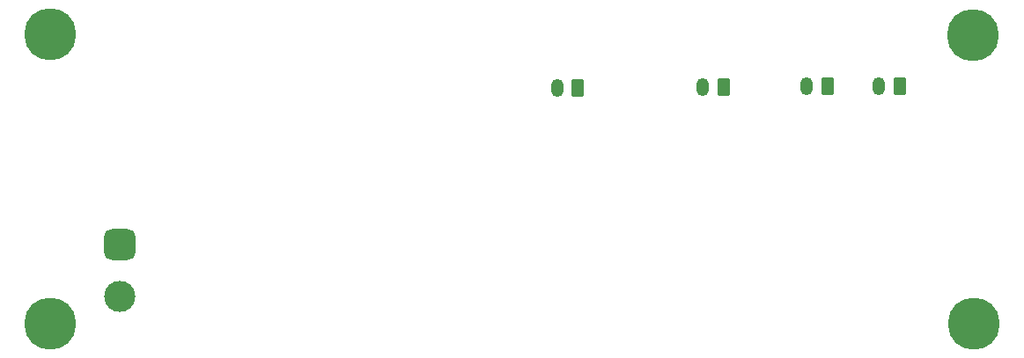
<source format=gbr>
%TF.GenerationSoftware,KiCad,Pcbnew,9.0.4*%
%TF.CreationDate,2025-11-01T22:13:15-04:00*%
%TF.ProjectId,power_distribution,706f7765-725f-4646-9973-747269627574,v1*%
%TF.SameCoordinates,Original*%
%TF.FileFunction,Soldermask,Bot*%
%TF.FilePolarity,Negative*%
%FSLAX46Y46*%
G04 Gerber Fmt 4.6, Leading zero omitted, Abs format (unit mm)*
G04 Created by KiCad (PCBNEW 9.0.4) date 2025-11-01 22:13:15*
%MOMM*%
%LPD*%
G01*
G04 APERTURE LIST*
G04 Aperture macros list*
%AMRoundRect*
0 Rectangle with rounded corners*
0 $1 Rounding radius*
0 $2 $3 $4 $5 $6 $7 $8 $9 X,Y pos of 4 corners*
0 Add a 4 corners polygon primitive as box body*
4,1,4,$2,$3,$4,$5,$6,$7,$8,$9,$2,$3,0*
0 Add four circle primitives for the rounded corners*
1,1,$1+$1,$2,$3*
1,1,$1+$1,$4,$5*
1,1,$1+$1,$6,$7*
1,1,$1+$1,$8,$9*
0 Add four rect primitives between the rounded corners*
20,1,$1+$1,$2,$3,$4,$5,0*
20,1,$1+$1,$4,$5,$6,$7,0*
20,1,$1+$1,$6,$7,$8,$9,0*
20,1,$1+$1,$8,$9,$2,$3,0*%
G04 Aperture macros list end*
%ADD10C,0.800000*%
%ADD11C,5.000000*%
%ADD12RoundRect,0.250000X0.350000X0.625000X-0.350000X0.625000X-0.350000X-0.625000X0.350000X-0.625000X0*%
%ADD13O,1.200000X1.750000*%
%ADD14RoundRect,0.750000X-0.750000X0.750000X-0.750000X-0.750000X0.750000X-0.750000X0.750000X0.750000X0*%
%ADD15C,3.000000*%
G04 APERTURE END LIST*
D10*
%TO.C,H1*%
X17400000Y-15600000D03*
X16850825Y-16925825D03*
X16850825Y-14274175D03*
X15525000Y-17475000D03*
D11*
X15525000Y-15600000D03*
D10*
X15525000Y-13725000D03*
X14199175Y-16925825D03*
X14199175Y-14274175D03*
X13650000Y-15600000D03*
%TD*%
%TO.C,H4*%
X102450000Y-43400000D03*
X102999175Y-42074175D03*
X102999175Y-44725825D03*
X104325000Y-41525000D03*
D11*
X104325000Y-43400000D03*
D10*
X104325000Y-45275000D03*
X105650825Y-42074175D03*
X105650825Y-44725825D03*
X106200000Y-43400000D03*
%TD*%
%TO.C,H3*%
X13650000Y-43400000D03*
X14199175Y-42074175D03*
X14199175Y-44725825D03*
X15525000Y-41525000D03*
D11*
X15525000Y-43400000D03*
D10*
X15525000Y-45275000D03*
X16850825Y-42074175D03*
X16850825Y-44725825D03*
X17400000Y-43400000D03*
%TD*%
%TO.C,H2*%
X102399175Y-15674175D03*
X102948350Y-14348350D03*
X102948350Y-17000000D03*
X104274175Y-13799175D03*
D11*
X104274175Y-15674175D03*
D10*
X104274175Y-17549175D03*
X105600000Y-14348350D03*
X105600000Y-17000000D03*
X106149175Y-15674175D03*
%TD*%
D12*
%TO.C,J2*%
X66262500Y-20709700D03*
D13*
X64262500Y-20709700D03*
%TD*%
D12*
%TO.C,J4*%
X90225000Y-20562500D03*
D13*
X88225000Y-20562500D03*
%TD*%
D12*
%TO.C,J3*%
X80262500Y-20609700D03*
D13*
X78262500Y-20609700D03*
%TD*%
D14*
%TO.C,J1*%
X22200000Y-35800000D03*
D15*
X22200000Y-40800000D03*
%TD*%
D12*
%TO.C,J5*%
X97175000Y-20562500D03*
D13*
X95175000Y-20562500D03*
%TD*%
M02*

</source>
